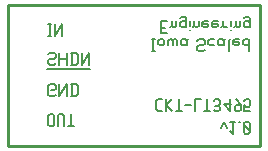
<source format=gbr>
G04 start of page 9 for group -4078 idx -4078 *
G04 Title: (unknown), bottomsilk *
G04 Creator: pcb 20110918 *
G04 CreationDate: Sun 25 Aug 2013 03:10:13 AM GMT UTC *
G04 For: railfan *
G04 Format: Gerber/RS-274X *
G04 PCB-Dimensions: 85000 48000 *
G04 PCB-Coordinate-Origin: lower left *
%MOIN*%
%FSLAX25Y25*%
%LNBOTTOMSILK*%
%ADD46C,0.0080*%
%ADD45C,0.0100*%
G54D45*X500Y500D02*X84500D01*
Y47500D01*
X500D01*
Y500D01*
G54D46*X13500Y26000D02*X28000D01*
X50700Y16000D02*X52000D01*
X50000Y15300D02*X50700Y16000D01*
X50000Y12700D02*Y15300D01*
Y12700D02*X50700Y12000D01*
X52000D01*
X53200D02*Y16000D01*
Y14000D02*X55200Y12000D01*
X53200Y14000D02*X55200Y16000D01*
X56400Y12000D02*X58400D01*
X57400D02*Y16000D01*
X59600Y14000D02*X61600D01*
X62800Y12000D02*Y16000D01*
X64800D01*
X66000Y12000D02*X68000D01*
X67000D02*Y16000D01*
X69200Y12500D02*X69700Y12000D01*
X70700D01*
X71200Y12500D01*
X70700Y16000D02*X71200Y15500D01*
X69700Y16000D02*X70700D01*
X69200Y15500D02*X69700Y16000D01*
Y13800D02*X70700D01*
X71200Y12500D02*Y13300D01*
Y14300D02*Y15500D01*
Y14300D02*X70700Y13800D01*
X71200Y13300D02*X70700Y13800D01*
X72400Y14500D02*X74400Y12000D01*
X72400Y14500D02*X74900D01*
X74400Y12000D02*Y16000D01*
X76600D02*X78100Y14000D01*
Y12500D02*Y14000D01*
X77600Y12000D02*X78100Y12500D01*
X76600Y12000D02*X77600D01*
X76100Y12500D02*X76600Y12000D01*
X76100Y12500D02*Y13500D01*
X76600Y14000D01*
X78100D01*
X79300Y12000D02*X81300D01*
X79300D02*Y14000D01*
X79800Y13500D01*
X80800D01*
X81300Y14000D01*
Y15500D01*
X80800Y16000D02*X81300Y15500D01*
X79800Y16000D02*X80800D01*
X79300Y15500D02*X79800Y16000D01*
X71500Y6500D02*X72500Y8500D01*
X73500Y6500D02*X72500Y8500D01*
X74700Y5300D02*X75500Y4500D01*
Y8500D01*
X74700D02*X76200D01*
X77400D02*X77900D01*
X79100Y8000D02*X79600Y8500D01*
X79100Y5000D02*Y8000D01*
Y5000D02*X79600Y4500D01*
X80600D01*
X81100Y5000D01*
Y8000D01*
X80600Y8500D02*X81100Y8000D01*
X79600Y8500D02*X80600D01*
X79100Y7500D02*X81100Y5500D01*
X48500Y32000D02*X49500D01*
X49000D02*Y36000D01*
X48500D02*X49500D01*
X50700Y34500D02*Y35500D01*
Y34500D02*X51200Y34000D01*
X52200D01*
X52700Y34500D01*
Y35500D01*
X52200Y36000D02*X52700Y35500D01*
X51200Y36000D02*X52200D01*
X50700Y35500D02*X51200Y36000D01*
X53900Y34000D02*Y35500D01*
X54400Y36000D01*
X54900D01*
X55400Y35500D01*
Y34000D02*Y35500D01*
X55900Y36000D01*
X56400D01*
X56900Y35500D01*
Y34000D02*Y35500D01*
X59600Y34000D02*X60100Y34500D01*
X58600Y34000D02*X59600D01*
X58100Y34500D02*X58600Y34000D01*
X58100Y34500D02*Y35500D01*
X58600Y36000D01*
X60100Y34000D02*Y35500D01*
X60600Y36000D01*
X58600D02*X59600D01*
X60100Y35500D01*
X65600Y32000D02*X66100Y32500D01*
X64100Y32000D02*X65600D01*
X63600Y32500D02*X64100Y32000D01*
X63600Y32500D02*Y33500D01*
X64100Y34000D01*
X65600D01*
X66100Y34500D01*
Y35500D01*
X65600Y36000D02*X66100Y35500D01*
X64100Y36000D02*X65600D01*
X63600Y35500D02*X64100Y36000D01*
X67800Y34000D02*X69300D01*
X67300Y34500D02*X67800Y34000D01*
X67300Y34500D02*Y35500D01*
X67800Y36000D01*
X69300D01*
X72000Y34000D02*X72500Y34500D01*
X71000Y34000D02*X72000D01*
X70500Y34500D02*X71000Y34000D01*
X70500Y34500D02*Y35500D01*
X71000Y36000D01*
X72500Y34000D02*Y35500D01*
X73000Y36000D01*
X71000D02*X72000D01*
X72500Y35500D01*
X74200Y32000D02*Y35500D01*
X74700Y36000D01*
X76200D02*X77700D01*
X75700Y35500D02*X76200Y36000D01*
X75700Y34500D02*Y35500D01*
Y34500D02*X76200Y34000D01*
X77200D01*
X77700Y34500D01*
X75700Y35000D02*X77700D01*
Y34500D02*Y35000D01*
X80900Y32000D02*Y36000D01*
X80400D02*X80900Y35500D01*
X79400Y36000D02*X80400D01*
X78900Y35500D02*X79400Y36000D01*
X78900Y34500D02*Y35500D01*
Y34500D02*X79400Y34000D01*
X80400D01*
X80900Y34500D01*
X14000Y37000D02*X15000D01*
X14500D02*Y41000D01*
X14000D02*X15000D01*
X16200Y37000D02*Y41000D01*
Y37000D02*X18700Y41000D01*
Y37000D02*Y41000D01*
X16000Y17000D02*X16500Y17500D01*
X14500Y17000D02*X16000D01*
X14000Y17500D02*X14500Y17000D01*
X14000Y17500D02*Y20500D01*
X14500Y21000D01*
X16000D01*
X16500Y20500D01*
Y19500D02*Y20500D01*
X16000Y19000D02*X16500Y19500D01*
X15000Y19000D02*X16000D01*
X17700Y17000D02*Y21000D01*
Y17000D02*X20200Y21000D01*
Y17000D02*Y21000D01*
X21900Y17000D02*Y21000D01*
X23200Y17000D02*X23900Y17700D01*
Y20300D01*
X23200Y21000D02*X23900Y20300D01*
X21400Y21000D02*X23200D01*
X21400Y17000D02*X23200D01*
X14000Y7500D02*Y10500D01*
Y7500D02*X14500Y7000D01*
X15500D01*
X16000Y7500D01*
Y10500D01*
X15500Y11000D02*X16000Y10500D01*
X14500Y11000D02*X15500D01*
X14000Y10500D02*X14500Y11000D01*
X17200Y7000D02*Y10500D01*
X17700Y11000D01*
X18700D01*
X19200Y10500D01*
Y7000D02*Y10500D01*
X20400Y7000D02*X22400D01*
X21400D02*Y11000D01*
X16000Y27500D02*X16500Y28000D01*
X14500Y27500D02*X16000D01*
X14000Y28000D02*X14500Y27500D01*
X14000Y28000D02*Y29000D01*
X14500Y29500D01*
X16000D01*
X16500Y30000D01*
Y31000D01*
X16000Y31500D02*X16500Y31000D01*
X14500Y31500D02*X16000D01*
X14000Y31000D02*X14500Y31500D01*
X17700Y27500D02*Y31500D01*
X20200Y27500D02*Y31500D01*
X17700Y29500D02*X20200D01*
X21900Y27500D02*Y31500D01*
X23200Y27500D02*X23900Y28200D01*
Y30800D01*
X23200Y31500D02*X23900Y30800D01*
X21400Y31500D02*X23200D01*
X21400Y27500D02*X23200D01*
X25100D02*Y31500D01*
Y27500D02*X27600Y31500D01*
Y27500D02*Y31500D01*
X51500Y39800D02*X53000D01*
X51500Y42000D02*X53500D01*
X51500Y38000D02*Y42000D01*
Y38000D02*X53500D01*
X55200Y40500D02*Y42000D01*
Y40500D02*X55700Y40000D01*
X56200D01*
X56700Y40500D01*
Y42000D01*
X54700Y40000D02*X55200Y40500D01*
X59400Y40000D02*X59900Y40500D01*
X58400Y40000D02*X59400D01*
X57900Y40500D02*X58400Y40000D01*
X57900Y40500D02*Y41500D01*
X58400Y42000D01*
X59400D01*
X59900Y41500D01*
X57900Y43000D02*X58400Y43500D01*
X59400D01*
X59900Y43000D01*
Y40000D02*Y43000D01*
X61100Y39000D02*Y39100D01*
Y40500D02*Y42000D01*
X62600Y40500D02*Y42000D01*
Y40500D02*X63100Y40000D01*
X63600D01*
X64100Y40500D01*
Y42000D01*
X62100Y40000D02*X62600Y40500D01*
X65800Y42000D02*X67300D01*
X65300Y41500D02*X65800Y42000D01*
X65300Y40500D02*Y41500D01*
Y40500D02*X65800Y40000D01*
X66800D01*
X67300Y40500D01*
X65300Y41000D02*X67300D01*
Y40500D02*Y41000D01*
X69000Y42000D02*X70500D01*
X68500Y41500D02*X69000Y42000D01*
X68500Y40500D02*Y41500D01*
Y40500D02*X69000Y40000D01*
X70000D01*
X70500Y40500D01*
X68500Y41000D02*X70500D01*
Y40500D02*Y41000D01*
X72200Y40500D02*Y42000D01*
Y40500D02*X72700Y40000D01*
X73700D01*
X71700D02*X72200Y40500D01*
X74900Y39000D02*Y39100D01*
Y40500D02*Y42000D01*
X76400Y40500D02*Y42000D01*
Y40500D02*X76900Y40000D01*
X77400D01*
X77900Y40500D01*
Y42000D01*
X75900Y40000D02*X76400Y40500D01*
X80600Y40000D02*X81100Y40500D01*
X79600Y40000D02*X80600D01*
X79100Y40500D02*X79600Y40000D01*
X79100Y40500D02*Y41500D01*
X79600Y42000D01*
X80600D01*
X81100Y41500D01*
X79100Y43000D02*X79600Y43500D01*
X80600D01*
X81100Y43000D01*
Y40000D02*Y43000D01*
M02*

</source>
